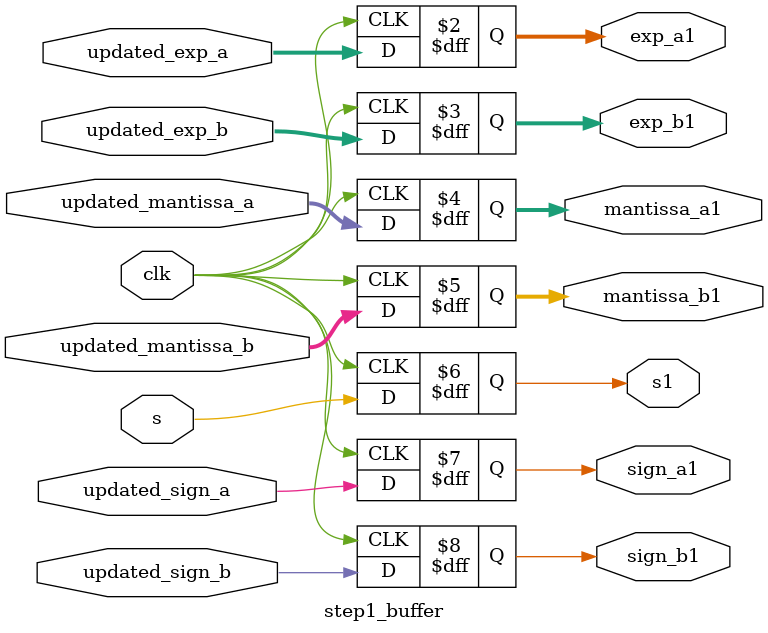
<source format=v>
`timescale 1ns / 1ps
module step1_buffer(updated_exp_a, updated_exp_b, updated_sign_a, updated_sign_b, updated_mantissa_a, updated_mantissa_b, s, clk, exp_a1, exp_b1, mantissa_a1, mantissa_b1, s1, sign_a1, sign_b1);
input [7:0]updated_exp_a, updated_exp_b;
input [23:0]updated_mantissa_a, updated_mantissa_b;
input s, clk, updated_sign_a, updated_sign_b;
output reg [7:0]exp_a1, exp_b1;
output reg [23:0]mantissa_a1, mantissa_b1;
output reg s1, sign_a1, sign_b1;

	always@(posedge clk)begin
		sign_a1=updated_sign_a;
		sign_b1=updated_sign_b;
		exp_a1=updated_exp_a;
		exp_b1=updated_exp_b;
		mantissa_a1=updated_mantissa_a;
		mantissa_b1=updated_mantissa_b;
		s1=s;
	end
endmodule

</source>
